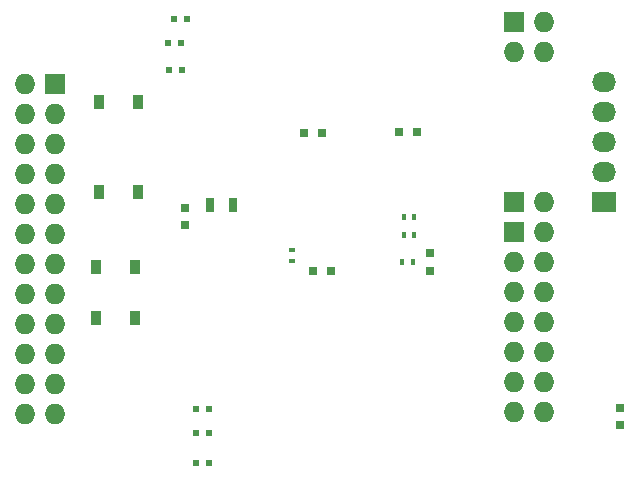
<source format=gbs>
G04 #@! TF.FileFunction,Soldermask,Bot*
%FSLAX46Y46*%
G04 Gerber Fmt 4.6, Leading zero omitted, Abs format (unit mm)*
G04 Created by KiCad (PCBNEW 4.0.1-stable) date 01/02/2016 19:28:03*
%MOMM*%
G01*
G04 APERTURE LIST*
%ADD10C,0.100000*%
%ADD11R,0.750000X0.800000*%
%ADD12R,0.600000X0.500000*%
%ADD13R,0.800000X0.750000*%
%ADD14R,0.910000X1.220000*%
%ADD15R,0.700000X1.300000*%
%ADD16R,1.727200X1.727200*%
%ADD17O,1.727200X1.727200*%
%ADD18R,2.032000X1.727200*%
%ADD19O,2.032000X1.727200*%
%ADD20R,0.400000X0.600000*%
%ADD21R,0.600000X0.400000*%
G04 APERTURE END LIST*
D10*
D11*
X124510000Y-131730000D03*
X124510000Y-133230000D03*
D12*
X87840000Y-98810000D03*
X86740000Y-98810000D03*
X87450000Y-103150000D03*
X86350000Y-103150000D03*
X89704000Y-133858000D03*
X88604000Y-133858000D03*
X89704000Y-131826000D03*
X88604000Y-131826000D03*
X87325000Y-100850000D03*
X86225000Y-100850000D03*
X89704000Y-136398000D03*
X88604000Y-136398000D03*
D11*
X87675000Y-114800000D03*
X87675000Y-116300000D03*
D13*
X98564000Y-120142000D03*
X100064000Y-120142000D03*
X107350000Y-108440000D03*
X105850000Y-108440000D03*
D11*
X108458000Y-118630000D03*
X108458000Y-120130000D03*
D13*
X97802000Y-108458000D03*
X99302000Y-108458000D03*
D14*
X83699000Y-113464000D03*
X80429000Y-113464000D03*
X83445000Y-119814000D03*
X80175000Y-119814000D03*
X83699000Y-105844000D03*
X80429000Y-105844000D03*
X83445000Y-124132000D03*
X80175000Y-124132000D03*
D15*
X91725000Y-114600000D03*
X89825000Y-114600000D03*
D16*
X76730000Y-104320000D03*
D17*
X74190000Y-104320000D03*
X76730000Y-106860000D03*
X74190000Y-106860000D03*
X76730000Y-109400000D03*
X74190000Y-109400000D03*
X76730000Y-111940000D03*
X74190000Y-111940000D03*
X76730000Y-114480000D03*
X74190000Y-114480000D03*
X76730000Y-117020000D03*
X74190000Y-117020000D03*
X76730000Y-119560000D03*
X74190000Y-119560000D03*
X76730000Y-122100000D03*
X74190000Y-122100000D03*
X76730000Y-124640000D03*
X74190000Y-124640000D03*
X76730000Y-127180000D03*
X74190000Y-127180000D03*
X76730000Y-129720000D03*
X74190000Y-129720000D03*
X76730000Y-132260000D03*
X74190000Y-132260000D03*
D16*
X115570000Y-116840000D03*
D17*
X118110000Y-116840000D03*
X115570000Y-119380000D03*
X118110000Y-119380000D03*
X115570000Y-121920000D03*
X118110000Y-121920000D03*
X115570000Y-124460000D03*
X118110000Y-124460000D03*
X115570000Y-127000000D03*
X118110000Y-127000000D03*
X115570000Y-129540000D03*
X118110000Y-129540000D03*
X115570000Y-132080000D03*
X118110000Y-132080000D03*
D16*
X115570000Y-99060000D03*
D17*
X118110000Y-99060000D03*
X115570000Y-101600000D03*
X118110000Y-101600000D03*
D16*
X115570000Y-114300000D03*
D17*
X118110000Y-114300000D03*
D18*
X123190000Y-114300000D03*
D19*
X123190000Y-111760000D03*
X123190000Y-109220000D03*
X123190000Y-106680000D03*
X123190000Y-104140000D03*
D20*
X106230000Y-115570000D03*
X107130000Y-115570000D03*
X106100000Y-119375000D03*
X107000000Y-119375000D03*
X106230000Y-117094000D03*
X107130000Y-117094000D03*
D21*
X96774000Y-119322000D03*
X96774000Y-118422000D03*
M02*

</source>
